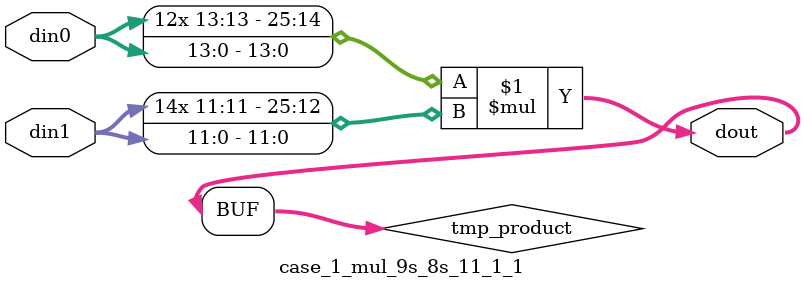
<source format=v>

`timescale 1 ns / 1 ps

 module case_1_mul_9s_8s_11_1_1(din0, din1, dout);
parameter ID = 1;
parameter NUM_STAGE = 0;
parameter din0_WIDTH = 14;
parameter din1_WIDTH = 12;
parameter dout_WIDTH = 26;

input [din0_WIDTH - 1 : 0] din0; 
input [din1_WIDTH - 1 : 0] din1; 
output [dout_WIDTH - 1 : 0] dout;

wire signed [dout_WIDTH - 1 : 0] tmp_product;



























assign tmp_product = $signed(din0) * $signed(din1);








assign dout = tmp_product;





















endmodule

</source>
